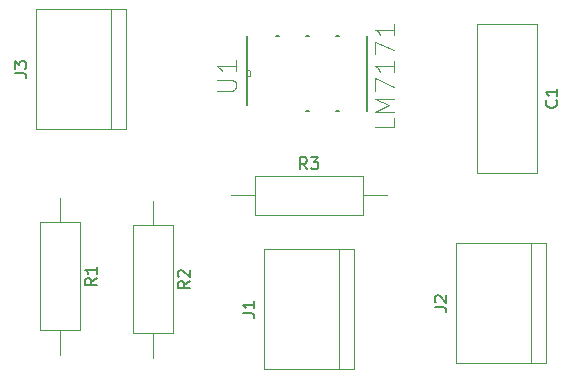
<source format=gbr>
G04 #@! TF.FileFunction,Legend,Top*
%FSLAX46Y46*%
G04 Gerber Fmt 4.6, Leading zero omitted, Abs format (unit mm)*
G04 Created by KiCad (PCBNEW 4.0.7) date 11/17/17 03:08:13*
%MOMM*%
%LPD*%
G01*
G04 APERTURE LIST*
%ADD10C,0.100000*%
%ADD11C,0.120000*%
%ADD12C,0.152400*%
%ADD13C,0.150000*%
%ADD14C,0.050000*%
G04 APERTURE END LIST*
D10*
D11*
X183916000Y-99274000D02*
X183916000Y-111894000D01*
X178796000Y-99274000D02*
X178796000Y-111894000D01*
X183916000Y-99274000D02*
X178796000Y-99274000D01*
X183916000Y-111894000D02*
X178796000Y-111894000D01*
X167132000Y-118364000D02*
X167132000Y-128524000D01*
X168402000Y-118364000D02*
X160782000Y-118364000D01*
X160782000Y-118364000D02*
X160782000Y-128524000D01*
X160782000Y-128524000D02*
X168402000Y-128524000D01*
X168402000Y-128524000D02*
X168402000Y-118364000D01*
X183388000Y-117856000D02*
X183388000Y-128016000D01*
X184658000Y-117856000D02*
X177038000Y-117856000D01*
X177038000Y-117856000D02*
X177038000Y-128016000D01*
X177038000Y-128016000D02*
X184658000Y-128016000D01*
X184658000Y-128016000D02*
X184658000Y-117856000D01*
X147828000Y-98044000D02*
X147828000Y-108204000D01*
X149098000Y-98044000D02*
X141478000Y-98044000D01*
X141478000Y-98044000D02*
X141478000Y-108204000D01*
X141478000Y-108204000D02*
X149098000Y-108204000D01*
X149098000Y-108204000D02*
X149098000Y-98044000D01*
X145170000Y-116090000D02*
X141850000Y-116090000D01*
X141850000Y-116090000D02*
X141850000Y-125210000D01*
X141850000Y-125210000D02*
X145170000Y-125210000D01*
X145170000Y-125210000D02*
X145170000Y-116090000D01*
X143510000Y-114010000D02*
X143510000Y-116090000D01*
X143510000Y-127290000D02*
X143510000Y-125210000D01*
X153044000Y-116344000D02*
X149724000Y-116344000D01*
X149724000Y-116344000D02*
X149724000Y-125464000D01*
X149724000Y-125464000D02*
X153044000Y-125464000D01*
X153044000Y-125464000D02*
X153044000Y-116344000D01*
X151384000Y-114264000D02*
X151384000Y-116344000D01*
X151384000Y-127544000D02*
X151384000Y-125464000D01*
X160032000Y-112132000D02*
X160032000Y-115452000D01*
X160032000Y-115452000D02*
X169152000Y-115452000D01*
X169152000Y-115452000D02*
X169152000Y-112132000D01*
X169152000Y-112132000D02*
X160032000Y-112132000D01*
X157952000Y-113792000D02*
X160032000Y-113792000D01*
X171232000Y-113792000D02*
X169152000Y-113792000D01*
D12*
X162052000Y-100330000D02*
X161798000Y-100330000D01*
X164592000Y-100330000D02*
X164338000Y-100330000D01*
X166878000Y-106680000D02*
X167132000Y-106680000D01*
X169545000Y-106680000D02*
X169545000Y-100330000D01*
X167132000Y-100330000D02*
X166878000Y-100330000D01*
X159385000Y-100330000D02*
X159385000Y-103200200D01*
X159385000Y-103200200D02*
X159385000Y-103809800D01*
X159385000Y-103809800D02*
X159385000Y-106172000D01*
X164338000Y-106680000D02*
X164592000Y-106680000D01*
D10*
X159385000Y-103200200D02*
G75*
G02X159385000Y-103809800I0J-304800D01*
G01*
D13*
X185523143Y-105750666D02*
X185570762Y-105798285D01*
X185618381Y-105941142D01*
X185618381Y-106036380D01*
X185570762Y-106179238D01*
X185475524Y-106274476D01*
X185380286Y-106322095D01*
X185189810Y-106369714D01*
X185046952Y-106369714D01*
X184856476Y-106322095D01*
X184761238Y-106274476D01*
X184666000Y-106179238D01*
X184618381Y-106036380D01*
X184618381Y-105941142D01*
X184666000Y-105798285D01*
X184713619Y-105750666D01*
X185618381Y-104798285D02*
X185618381Y-105369714D01*
X185618381Y-105084000D02*
X184618381Y-105084000D01*
X184761238Y-105179238D01*
X184856476Y-105274476D01*
X184904095Y-105369714D01*
X158964381Y-123777333D02*
X159678667Y-123777333D01*
X159821524Y-123824953D01*
X159916762Y-123920191D01*
X159964381Y-124063048D01*
X159964381Y-124158286D01*
X159964381Y-122777333D02*
X159964381Y-123348762D01*
X159964381Y-123063048D02*
X158964381Y-123063048D01*
X159107238Y-123158286D01*
X159202476Y-123253524D01*
X159250095Y-123348762D01*
X175220381Y-123269333D02*
X175934667Y-123269333D01*
X176077524Y-123316953D01*
X176172762Y-123412191D01*
X176220381Y-123555048D01*
X176220381Y-123650286D01*
X175315619Y-122840762D02*
X175268000Y-122793143D01*
X175220381Y-122697905D01*
X175220381Y-122459809D01*
X175268000Y-122364571D01*
X175315619Y-122316952D01*
X175410857Y-122269333D01*
X175506095Y-122269333D01*
X175648952Y-122316952D01*
X176220381Y-122888381D01*
X176220381Y-122269333D01*
X139660381Y-103457333D02*
X140374667Y-103457333D01*
X140517524Y-103504953D01*
X140612762Y-103600191D01*
X140660381Y-103743048D01*
X140660381Y-103838286D01*
X139660381Y-103076381D02*
X139660381Y-102457333D01*
X140041333Y-102790667D01*
X140041333Y-102647809D01*
X140088952Y-102552571D01*
X140136571Y-102504952D01*
X140231810Y-102457333D01*
X140469905Y-102457333D01*
X140565143Y-102504952D01*
X140612762Y-102552571D01*
X140660381Y-102647809D01*
X140660381Y-102933524D01*
X140612762Y-103028762D01*
X140565143Y-103076381D01*
X146622381Y-120816666D02*
X146146190Y-121150000D01*
X146622381Y-121388095D02*
X145622381Y-121388095D01*
X145622381Y-121007142D01*
X145670000Y-120911904D01*
X145717619Y-120864285D01*
X145812857Y-120816666D01*
X145955714Y-120816666D01*
X146050952Y-120864285D01*
X146098571Y-120911904D01*
X146146190Y-121007142D01*
X146146190Y-121388095D01*
X146622381Y-119864285D02*
X146622381Y-120435714D01*
X146622381Y-120150000D02*
X145622381Y-120150000D01*
X145765238Y-120245238D01*
X145860476Y-120340476D01*
X145908095Y-120435714D01*
X154496381Y-121070666D02*
X154020190Y-121404000D01*
X154496381Y-121642095D02*
X153496381Y-121642095D01*
X153496381Y-121261142D01*
X153544000Y-121165904D01*
X153591619Y-121118285D01*
X153686857Y-121070666D01*
X153829714Y-121070666D01*
X153924952Y-121118285D01*
X153972571Y-121165904D01*
X154020190Y-121261142D01*
X154020190Y-121642095D01*
X153591619Y-120689714D02*
X153544000Y-120642095D01*
X153496381Y-120546857D01*
X153496381Y-120308761D01*
X153544000Y-120213523D01*
X153591619Y-120165904D01*
X153686857Y-120118285D01*
X153782095Y-120118285D01*
X153924952Y-120165904D01*
X154496381Y-120737333D01*
X154496381Y-120118285D01*
X164425334Y-111584381D02*
X164092000Y-111108190D01*
X163853905Y-111584381D02*
X163853905Y-110584381D01*
X164234858Y-110584381D01*
X164330096Y-110632000D01*
X164377715Y-110679619D01*
X164425334Y-110774857D01*
X164425334Y-110917714D01*
X164377715Y-111012952D01*
X164330096Y-111060571D01*
X164234858Y-111108190D01*
X163853905Y-111108190D01*
X164758667Y-110584381D02*
X165377715Y-110584381D01*
X165044381Y-110965333D01*
X165187239Y-110965333D01*
X165282477Y-111012952D01*
X165330096Y-111060571D01*
X165377715Y-111155810D01*
X165377715Y-111393905D01*
X165330096Y-111489143D01*
X165282477Y-111536762D01*
X165187239Y-111584381D01*
X164901524Y-111584381D01*
X164806286Y-111536762D01*
X164758667Y-111489143D01*
D14*
X156775560Y-104936670D02*
X158104280Y-104936670D01*
X158260600Y-104858510D01*
X158338760Y-104780350D01*
X158416920Y-104624030D01*
X158416920Y-104311390D01*
X158338760Y-104155070D01*
X158260600Y-104076910D01*
X158104280Y-103998750D01*
X156775560Y-103998750D01*
X158416920Y-102357390D02*
X158416920Y-103295310D01*
X158416920Y-102826350D02*
X156775560Y-102826350D01*
X157010040Y-102982670D01*
X157166360Y-103138990D01*
X157244520Y-103295310D01*
X171810929Y-107261584D02*
X171810929Y-108042541D01*
X170170919Y-108042541D01*
X171810929Y-106714914D02*
X170170919Y-106714914D01*
X171342355Y-106168244D01*
X170170919Y-105621574D01*
X171810929Y-105621574D01*
X170170919Y-104996809D02*
X170170919Y-103903469D01*
X171810929Y-104606330D01*
X171810929Y-102419651D02*
X171810929Y-103356799D01*
X171810929Y-102888225D02*
X170170919Y-102888225D01*
X170405206Y-103044416D01*
X170561398Y-103200608D01*
X170639494Y-103356799D01*
X170170919Y-101872981D02*
X170170919Y-100779641D01*
X171810929Y-101482502D01*
X171810929Y-99295823D02*
X171810929Y-100232971D01*
X171810929Y-99764397D02*
X170170919Y-99764397D01*
X170405206Y-99920588D01*
X170561398Y-100076780D01*
X170639494Y-100232971D01*
M02*

</source>
